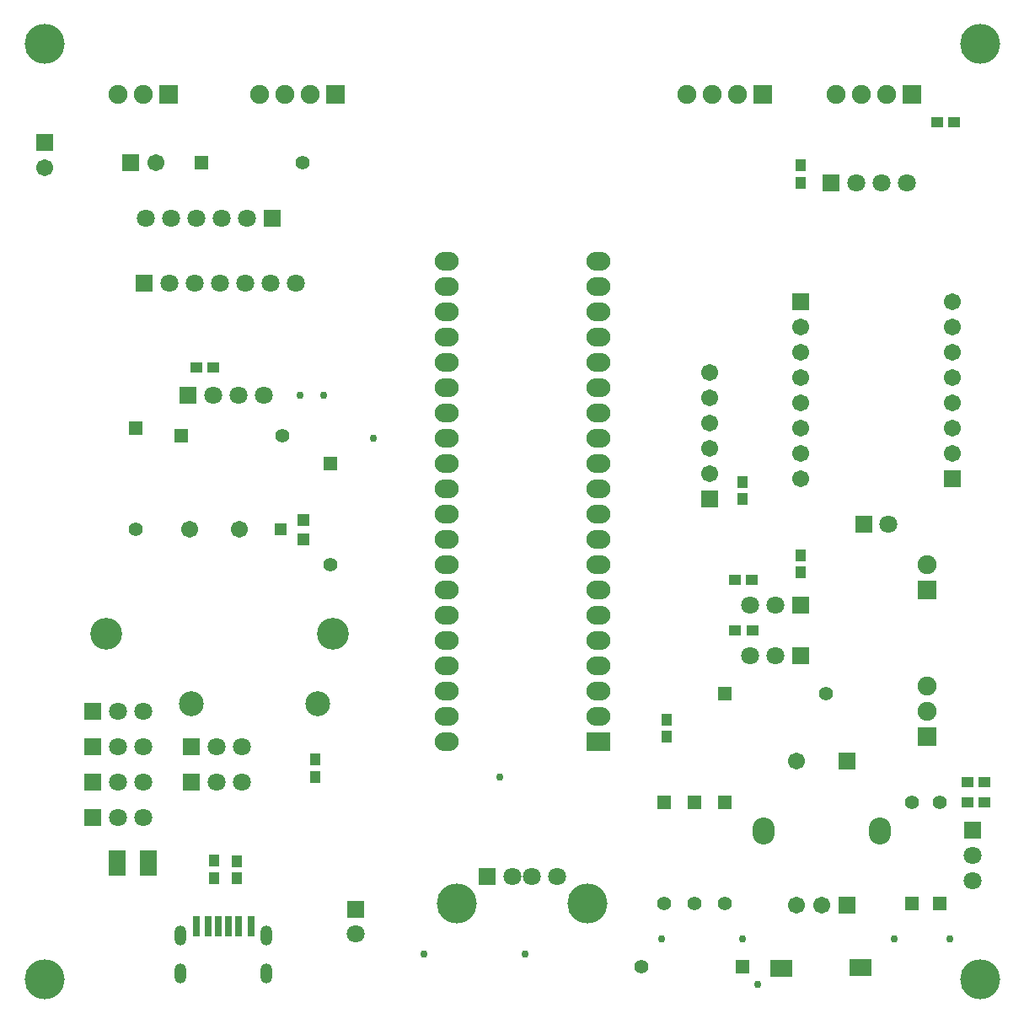
<source format=gts>
G04*
G04 #@! TF.GenerationSoftware,Altium Limited,Altium Designer,21.2.1 (34)*
G04*
G04 Layer_Color=8388736*
%FSLAX25Y25*%
%MOIN*%
G70*
G04*
G04 #@! TF.SameCoordinates,F9D7F3A8-4154-4F6A-AE32-A65E76AD83D7*
G04*
G04*
G04 #@! TF.FilePolarity,Negative*
G04*
G01*
G75*
%ADD29R,0.04600X0.04300*%
%ADD30R,0.04300X0.04600*%
%ADD31R,0.03162X0.07887*%
%ADD32R,0.02769X0.07887*%
%ADD33R,0.04147X0.04737*%
%ADD34R,0.07099X0.09855*%
%ADD35R,0.08674X0.06706*%
%ADD36R,0.04540X0.04540*%
%ADD37C,0.06706*%
%ADD38R,0.06706X0.06706*%
%ADD39R,0.05524X0.05524*%
%ADD40C,0.05524*%
%ADD41R,0.07099X0.07099*%
%ADD42C,0.07099*%
%ADD43R,0.05524X0.05524*%
%ADD44R,0.07493X0.07493*%
%ADD45C,0.07493*%
%ADD46O,0.04737X0.07887*%
%ADD47C,0.09855*%
%ADD48O,0.08674X0.10642*%
%ADD49R,0.06706X0.06706*%
%ADD50R,0.07493X0.07493*%
%ADD51C,0.12611*%
%ADD52O,0.09461X0.07335*%
%ADD53R,0.09461X0.07335*%
%ADD54R,0.07099X0.07099*%
%ADD55C,0.15761*%
%ADD56C,0.03000*%
D29*
X273000Y158000D02*
D03*
X279900D02*
D03*
X273100Y138000D02*
D03*
X280000D02*
D03*
X359900Y339000D02*
D03*
X353000D02*
D03*
X60000Y242000D02*
D03*
X66900D02*
D03*
X371900Y78000D02*
D03*
X365000D02*
D03*
X371900Y70000D02*
D03*
X365000D02*
D03*
D30*
X299000Y167900D02*
D03*
Y161000D02*
D03*
X107000Y80100D02*
D03*
Y87000D02*
D03*
X299000Y315100D02*
D03*
Y322000D02*
D03*
X276000Y196900D02*
D03*
Y190000D02*
D03*
X246000Y96000D02*
D03*
Y102900D02*
D03*
D31*
X81700Y21260D02*
D03*
X76897D02*
D03*
X64850D02*
D03*
X60047D02*
D03*
D32*
X72842D02*
D03*
X68905D02*
D03*
D33*
X76000Y40126D02*
D03*
Y46874D02*
D03*
X67000Y40252D02*
D03*
Y47000D02*
D03*
D34*
X41102Y46000D02*
D03*
X28898D02*
D03*
D35*
X322818Y4703D02*
D03*
X291586Y4624D02*
D03*
D36*
X93374Y178000D02*
D03*
X102626Y181740D02*
D03*
X102626Y174260D02*
D03*
D37*
X57315Y178000D02*
D03*
X77000D02*
D03*
X299300Y258200D02*
D03*
Y248200D02*
D03*
Y238200D02*
D03*
Y228200D02*
D03*
Y218200D02*
D03*
Y208200D02*
D03*
Y198200D02*
D03*
X359300Y268200D02*
D03*
Y258200D02*
D03*
Y248200D02*
D03*
Y238200D02*
D03*
Y228200D02*
D03*
Y218200D02*
D03*
Y208200D02*
D03*
X297355Y86414D02*
D03*
X307355Y29328D02*
D03*
X297355D02*
D03*
X44000Y323000D02*
D03*
X0Y321000D02*
D03*
X263000Y200000D02*
D03*
Y210000D02*
D03*
Y220000D02*
D03*
Y230000D02*
D03*
Y240000D02*
D03*
D38*
X299300Y268200D02*
D03*
X359300Y198200D02*
D03*
X0Y331000D02*
D03*
X263000Y190000D02*
D03*
D39*
X269000Y113000D02*
D03*
X276000Y5000D02*
D03*
X62000Y323000D02*
D03*
X54000Y215000D02*
D03*
D40*
X309000Y113000D02*
D03*
X236000Y5000D02*
D03*
X36000Y178000D02*
D03*
X102000Y323000D02*
D03*
X113000Y164000D02*
D03*
X94000Y215000D02*
D03*
X343000Y70000D02*
D03*
X245000Y30000D02*
D03*
X257000D02*
D03*
X269000D02*
D03*
X354000Y70000D02*
D03*
D41*
X299000Y148000D02*
D03*
Y128000D02*
D03*
X90000Y301000D02*
D03*
X19000Y64000D02*
D03*
Y78000D02*
D03*
Y92000D02*
D03*
Y106000D02*
D03*
X39370Y275590D02*
D03*
X311000Y315000D02*
D03*
X56900Y231230D02*
D03*
X324079Y180000D02*
D03*
X58000Y78000D02*
D03*
Y92000D02*
D03*
D42*
X289000Y148000D02*
D03*
X279000D02*
D03*
X289000Y128000D02*
D03*
X279000Y128000D02*
D03*
X50000Y301000D02*
D03*
X70000Y301000D02*
D03*
X80000D02*
D03*
X60000D02*
D03*
X40000D02*
D03*
X29000Y64000D02*
D03*
X39000D02*
D03*
X29000Y78000D02*
D03*
X39000D02*
D03*
X29000Y92000D02*
D03*
X39000D02*
D03*
X29000Y106000D02*
D03*
X39000D02*
D03*
X89370Y275590D02*
D03*
X69370D02*
D03*
X49370D02*
D03*
X59370D02*
D03*
X79370Y275590D02*
D03*
X99370Y275590D02*
D03*
X331000Y315000D02*
D03*
X321000D02*
D03*
X341000D02*
D03*
X76900Y231230D02*
D03*
X66900Y231230D02*
D03*
X86900D02*
D03*
X333921Y180000D02*
D03*
X68000Y78000D02*
D03*
X78000Y78000D02*
D03*
X68000Y92000D02*
D03*
X78000D02*
D03*
X367000Y49000D02*
D03*
Y39000D02*
D03*
X123000Y18079D02*
D03*
X185039Y40768D02*
D03*
X202756Y40768D02*
D03*
X192913Y40768D02*
D03*
D43*
X36000Y218000D02*
D03*
X113000Y204000D02*
D03*
X343000Y30000D02*
D03*
X245000Y70000D02*
D03*
X257000D02*
D03*
X269000D02*
D03*
X354000Y30000D02*
D03*
D44*
X343000Y350000D02*
D03*
X284000D02*
D03*
X49000D02*
D03*
X115000D02*
D03*
D45*
X333000D02*
D03*
X323000D02*
D03*
X313000D02*
D03*
X274000D02*
D03*
X264000D02*
D03*
X254000D02*
D03*
X29000D02*
D03*
X39000D02*
D03*
X349000Y116000D02*
D03*
Y106000D02*
D03*
X105000Y350000D02*
D03*
X95000D02*
D03*
X85000D02*
D03*
X349000Y164000D02*
D03*
D46*
X87866Y2363D02*
D03*
X53866Y17323D02*
D03*
Y2363D02*
D03*
X87866Y17323D02*
D03*
D47*
X108000Y109000D02*
D03*
X58000D02*
D03*
D48*
X330387Y58855D02*
D03*
X284324Y58855D02*
D03*
D49*
X317355Y86414D02*
D03*
Y29328D02*
D03*
X34000Y323000D02*
D03*
D50*
X349000Y96000D02*
D03*
Y154000D02*
D03*
D51*
X24528Y136929D02*
D03*
X114213D02*
D03*
D52*
X158976Y283976D02*
D03*
Y273976D02*
D03*
Y263976D02*
D03*
Y253976D02*
D03*
Y243976D02*
D03*
Y233976D02*
D03*
Y223976D02*
D03*
Y213976D02*
D03*
Y203976D02*
D03*
Y193976D02*
D03*
Y183976D02*
D03*
Y173976D02*
D03*
Y163976D02*
D03*
Y153976D02*
D03*
Y143976D02*
D03*
Y133976D02*
D03*
Y123976D02*
D03*
Y113976D02*
D03*
Y103976D02*
D03*
Y93976D02*
D03*
X218976Y283976D02*
D03*
X218976Y273976D02*
D03*
Y263976D02*
D03*
Y253976D02*
D03*
Y243976D02*
D03*
X218976Y233976D02*
D03*
Y223976D02*
D03*
X218976Y213976D02*
D03*
Y203976D02*
D03*
X218976Y193976D02*
D03*
X218976Y183976D02*
D03*
X218976Y173976D02*
D03*
X218976Y163976D02*
D03*
Y153976D02*
D03*
X218976Y143976D02*
D03*
Y133976D02*
D03*
X218976Y123976D02*
D03*
Y113976D02*
D03*
X218976Y103976D02*
D03*
D53*
X218976Y93976D02*
D03*
D54*
X367000Y59000D02*
D03*
X123000Y27921D02*
D03*
X175197Y40768D02*
D03*
D55*
X214843Y30098D02*
D03*
X163110D02*
D03*
X370079Y0D02*
D03*
Y370079D02*
D03*
X0D02*
D03*
Y0D02*
D03*
D56*
X358000Y16000D02*
D03*
X336000D02*
D03*
X276000D02*
D03*
X244000D02*
D03*
X282000Y-2000D02*
D03*
X150000Y10000D02*
D03*
X190000D02*
D03*
X180000Y80000D02*
D03*
X130000Y214000D02*
D03*
X110456Y231002D02*
D03*
X101000Y231000D02*
D03*
M02*

</source>
